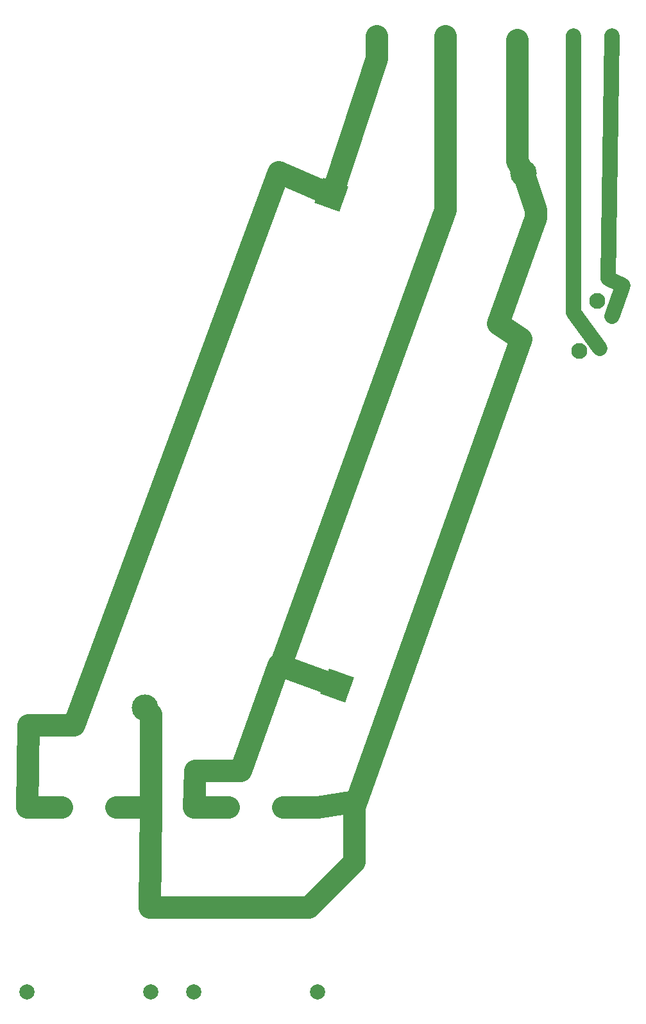
<source format=gbr>
G04 #@! TF.FileFunction,Copper,L1,Top,Signal*
%FSLAX46Y46*%
G04 Gerber Fmt 4.6, Leading zero omitted, Abs format (unit mm)*
G04 Created by KiCad (PCBNEW 4.0.7) date 01/15/25 18:48:17*
%MOMM*%
%LPD*%
G01*
G04 APERTURE LIST*
%ADD10C,0.100000*%
%ADD11C,2.000000*%
%ADD12C,3.500000*%
%ADD13C,2.100000*%
%ADD14C,1.750000*%
%ADD15C,3.000000*%
%ADD16C,2.000000*%
G04 APERTURE END LIST*
D10*
D11*
X84800000Y-134800000D03*
X89400000Y-134800000D03*
X96600000Y-134800000D03*
X101200000Y-134800000D03*
X84800000Y-159200000D03*
X101200000Y-159200000D03*
D12*
X128376901Y-51121978D03*
D10*
G36*
X104797378Y-121022844D02*
X101508454Y-119825774D01*
X102705524Y-116536850D01*
X105994448Y-117733920D01*
X104797378Y-121022844D01*
X104797378Y-121022844D01*
G37*
D12*
X78374550Y-121657869D03*
D10*
G36*
X101954073Y-51757003D02*
X105242997Y-52954073D01*
X104045927Y-56242997D01*
X100757003Y-55045927D01*
X101954073Y-51757003D01*
X101954073Y-51757003D01*
G37*
D13*
X135690129Y-74560999D03*
D14*
X138460909Y-74228617D03*
X140000000Y-70000000D03*
D13*
X138087691Y-67973754D03*
D11*
X62800000Y-134800000D03*
X67400000Y-134800000D03*
X74600000Y-134800000D03*
X79200000Y-134800000D03*
X62800000Y-159200000D03*
X79200000Y-159200000D03*
D15*
X127500000Y-33500000D02*
X127500000Y-49500000D01*
X127500000Y-49500000D02*
X128376901Y-51121978D01*
D16*
X135000000Y-33000000D02*
X135000000Y-69500000D01*
X135000000Y-69500000D02*
X138460909Y-74228617D01*
X140000000Y-33000000D02*
X139500000Y-65000000D01*
X141500000Y-66000000D02*
X140000000Y-70000000D01*
X139500000Y-65000000D02*
X141500000Y-66000000D01*
D15*
X118000000Y-33000000D02*
X118000000Y-56000000D01*
X118000000Y-56000000D02*
X96244159Y-116087561D01*
X109000000Y-33000000D02*
X109000000Y-36000000D01*
X109000000Y-36000000D02*
X103000000Y-54000000D01*
X96600000Y-134800000D02*
X101200000Y-134800000D01*
X84800000Y-134800000D02*
X89400000Y-134800000D01*
X74600000Y-134800000D02*
X79200000Y-134800000D01*
X62800000Y-134800000D02*
X67400000Y-134800000D01*
X128376901Y-51121978D02*
X130000000Y-56000000D01*
X128000000Y-73000000D02*
X106000000Y-134809524D01*
X125000000Y-71000000D02*
X128000000Y-73000000D01*
X130000000Y-57000000D02*
X125000000Y-71000000D01*
X130000000Y-56000000D02*
X130000000Y-57000000D01*
X103000000Y-54000000D02*
X96000000Y-51000000D01*
X63000000Y-124000000D02*
X62800000Y-134800000D01*
X69000000Y-124000000D02*
X63000000Y-124000000D01*
X96000000Y-51000000D02*
X69000000Y-124000000D01*
X84800000Y-134800000D02*
X85000000Y-130000000D01*
X96000000Y-116000000D02*
X96244159Y-116087561D01*
X96244159Y-116087561D02*
X96246771Y-116088498D01*
X96246771Y-116088498D02*
X103751451Y-118779847D01*
X91000000Y-130000000D02*
X96000000Y-116000000D01*
X85000000Y-130000000D02*
X91000000Y-130000000D01*
X79200000Y-134800000D02*
X79000000Y-148000000D01*
X106000000Y-142000000D02*
X106000000Y-134809524D01*
X100000000Y-148000000D02*
X106000000Y-142000000D01*
X79000000Y-148000000D02*
X100000000Y-148000000D01*
X106000000Y-134809524D02*
X106000000Y-134000000D01*
X106000000Y-134000000D02*
X101200000Y-134800000D01*
X79200000Y-134800000D02*
X79200000Y-122483319D01*
X79200000Y-122483319D02*
X78374550Y-121657869D01*
M02*

</source>
